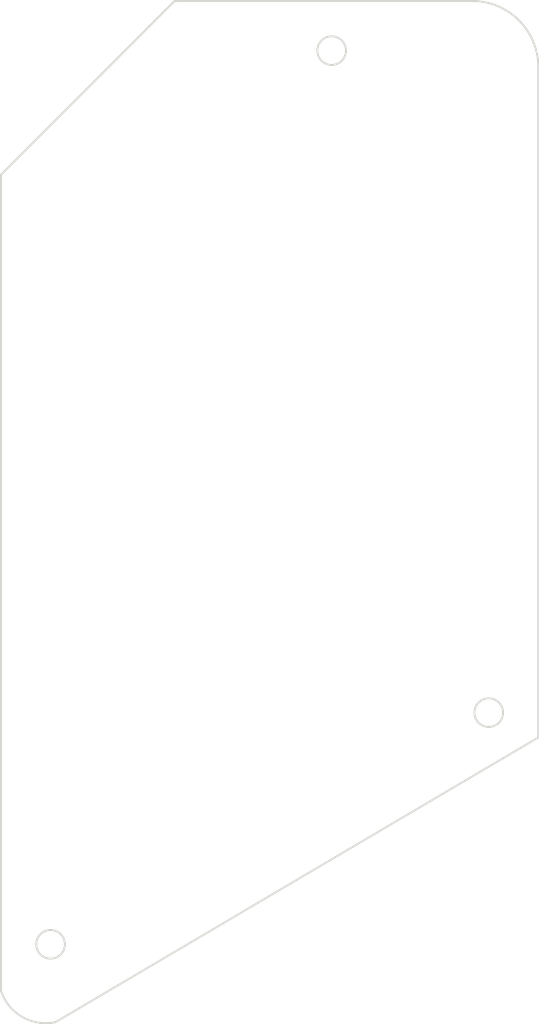
<source format=kicad_pcb>
(kicad_pcb (version 20171130) (host pcbnew 5.0.2-bee76a0~70~ubuntu18.04.1)

  (general
    (thickness 1.6)
    (drawings 14)
    (tracks 0)
    (zones 0)
    (modules 0)
    (nets 1)
  )

  (page A4)
  (layers
    (0 F.Cu signal)
    (31 B.Cu signal)
    (32 B.Adhes user)
    (33 F.Adhes user)
    (34 B.Paste user)
    (35 F.Paste user)
    (36 B.SilkS user)
    (37 F.SilkS user)
    (38 B.Mask user)
    (39 F.Mask user hide)
    (40 Dwgs.User user)
    (41 Cmts.User user)
    (42 Eco1.User user)
    (43 Eco2.User user)
    (44 Edge.Cuts user)
    (45 Margin user)
    (46 B.CrtYd user)
    (47 F.CrtYd user)
    (48 B.Fab user)
    (49 F.Fab user)
  )

  (setup
    (last_trace_width 0.25)
    (trace_clearance 0.2)
    (zone_clearance 0.508)
    (zone_45_only no)
    (trace_min 0.2)
    (segment_width 0.2)
    (edge_width 0.15)
    (via_size 0.8)
    (via_drill 0.4)
    (via_min_size 0.4)
    (via_min_drill 0.3)
    (uvia_size 0.3)
    (uvia_drill 0.1)
    (uvias_allowed no)
    (uvia_min_size 0.2)
    (uvia_min_drill 0.1)
    (pcb_text_width 0.3)
    (pcb_text_size 1.5 1.5)
    (mod_edge_width 0.15)
    (mod_text_size 1 1)
    (mod_text_width 0.15)
    (pad_size 3.47 3.47)
    (pad_drill 2.2)
    (pad_to_mask_clearance 0.051)
    (solder_mask_min_width 0.25)
    (aux_axis_origin 0 0)
    (grid_origin 135.255 20.955)
    (visible_elements FFFFF7FF)
    (pcbplotparams
      (layerselection 0x010fc_ffffffff)
      (usegerberextensions true)
      (usegerberattributes false)
      (usegerberadvancedattributes false)
      (creategerberjobfile false)
      (excludeedgelayer true)
      (linewidth 0.100000)
      (plotframeref false)
      (viasonmask false)
      (mode 1)
      (useauxorigin false)
      (hpglpennumber 1)
      (hpglpenspeed 20)
      (hpglpendiameter 15.000000)
      (psnegative false)
      (psa4output false)
      (plotreference true)
      (plotvalue true)
      (plotinvisibletext false)
      (padsonsilk false)
      (subtractmaskfromsilk false)
      (outputformat 1)
      (mirror false)
      (drillshape 0)
      (scaleselection 1)
      (outputdirectory ""))
  )

  (net 0 "")

  (net_class Default "これはデフォルトのネット クラスです。"
    (clearance 0.2)
    (trace_width 0.25)
    (via_dia 0.8)
    (via_drill 0.4)
    (uvia_dia 0.3)
    (uvia_drill 0.1)
  )

  (net_class POWER ""
    (clearance 0.2)
    (trace_width 0.4)
    (via_dia 0.8)
    (via_drill 0.4)
    (uvia_dia 0.3)
    (uvia_drill 0.1)
  )

  (gr_circle (center 93.345 75.565) (end 94.445 75.565) (layer Edge.Cuts) (width 0.15) (tstamp 5D5D8D42))
  (gr_circle (center 59.69 93.345) (end 60.79 93.345) (layer Edge.Cuts) (width 0.15) (tstamp 5D5D8D42))
  (gr_circle (center 81.28 24.765) (end 82.38 24.765) (layer Edge.Cuts) (width 0.15))
  (gr_line (start 97.155 26.035) (end 97.155 77.47) (layer Edge.Cuts) (width 0.15) (tstamp 5D35ECD0))
  (gr_arc (start 92.075 26.035) (end 97.155 26.035) (angle -90) (layer Edge.Cuts) (width 0.15))
  (gr_arc (start 59.313661 95.779749) (end 55.884661 96.922749) (angle -83.65980825) (layer Edge.Cuts) (width 0.15))
  (gr_line (start 97.155 77.47) (end 60.071 99.314) (layer Edge.Cuts) (width 0.15) (tstamp 5D2E91DF))
  (gr_line (start 55.88 96.901) (end 55.88 34.29) (layer Edge.Cuts) (width 0.15))
  (gr_line (start 69.215 20.955) (end 92.075 20.955) (layer Edge.Cuts) (width 0.15))
  (gr_line (start 55.88 34.29) (end 69.215 20.955) (layer Edge.Cuts) (width 0.15))
  (gr_poly (pts (xy 97.155 20.955) (xy 97.155 77.47) (xy 55.88 102.235) (xy 55.88 34.29) (xy 69.215 20.955)) (layer F.Mask) (width 0.15))
  (gr_poly (pts (xy 99.695 102.235) (xy 140.97 77.47) (xy 140.97 20.955) (xy 113.03 20.955) (xy 99.695 34.29)) (layer F.Mask) (width 0.15))
  (gr_poly (pts (xy 99.695 105.41) (xy 99.695 161.925) (xy 140.97 186.69) (xy 140.97 118.745) (xy 127.635 105.41)) (layer F.Mask) (width 0.15))
  (gr_poly (pts (xy 55.88 105.41) (xy 55.88 161.925) (xy 97.155 186.69) (xy 97.155 118.745) (xy 83.82 105.41)) (layer F.Mask) (width 0.15))

)

</source>
